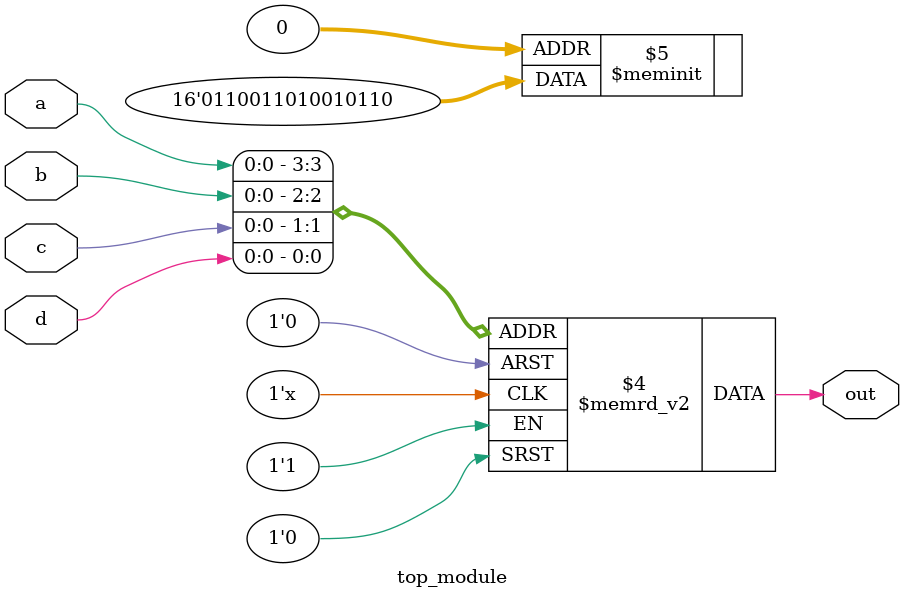
<source format=sv>
module top_module (
	input a, 
	input b,
	input c,
	input d,
	output reg out
);
    always @(*)
    begin
        case({a,b,c,d})
            4'b0000: out = 0;
            4'b0001: out = 1;
            4'b0010: out = 1;
            4'b0011: out = 0;
            4'b0100: out = 1;
            4'b0101: out = 0;
            4'b0110: out = 0;
            4'b0111: out = 1;
            4'b1000: out = 0;
            4'b1001: out = 1;
            4'b1010: out = 1;
            4'b1011: out = 0;
            4'b1100: out = 0;
            4'b1101: out = 1;
            4'b1110: out = 1;
            4'b1111: out = 0;
            default: out = 0;
        endcase
    end
endmodule

</source>
